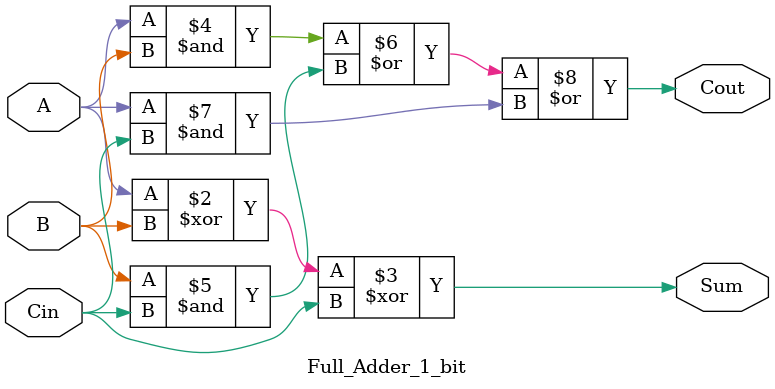
<source format=v>
module Full_Adder_1_bit (A, B, Cin, Sum, Cout);
input A, B, Cin;
output reg Sum, Cout;
// behavioral model of a single bit full adder
always @(*) begin
		Sum  = A ^ B ^ Cin;
		Cout =(A & B)|(B & Cin)|(A & Cin);
end
endmodule

</source>
